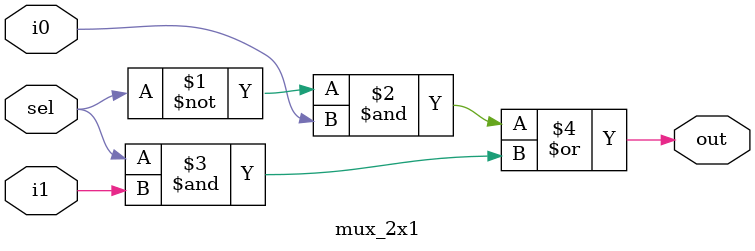
<source format=v>
`timescale 1ns / 1ps 
module mux_2x1(input sel,i0,i1, output out);
	assign out = (~sel&i0)|(sel&i1);
endmodule
</source>
